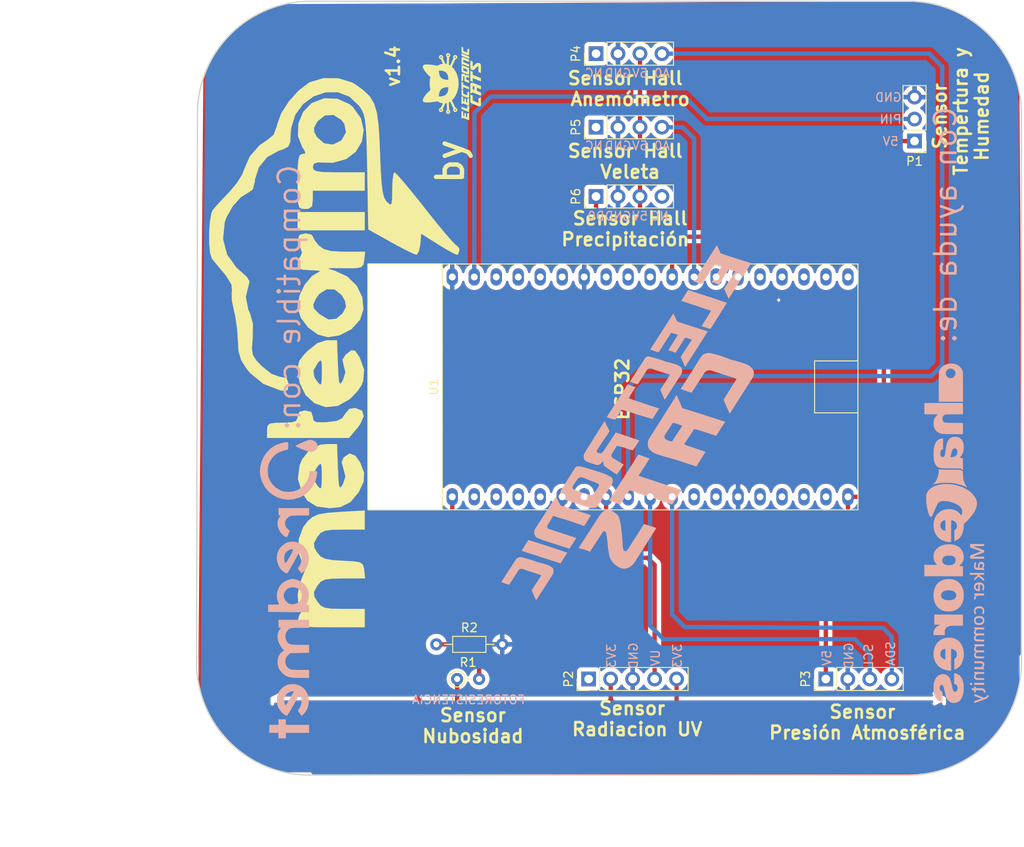
<source format=kicad_pcb>
(kicad_pcb (version 20221018) (generator pcbnew)
  (title_block (title "Meteorito Board") (date "2020-02-28") (rev "1.4") (company "Electronic Cats") (comment 1 "Diego Armadillo") (comment 2 "Andres Sabas") (comment 3 "Kevin de Luna") (comment 4 "Eduardo Contreras"))
  (layers (0 "F.Cu" signal) (31 "B.Cu" signal) (34 "B.Paste" user) (35 "F.Paste" user) (36 "B.SilkS" user "B.Silkscreen") (37 "F.SilkS" user "F.Silkscreen") (38 "B.Mask" user) (39 "F.Mask" user) (44 "Edge.Cuts" user))
  (net 0 "")
  (net 1 "+5V")
  (net 2 "GND")
  (net 3 "/IO22")
  (net 4 "/IO21")
  (net 5 "/IO17")
  (net 6 "/IO16")
  (net 7 "/SD1")
  (net 8 "/IO2")
  (net 9 "/IO4")
  (net 10 "/IO32")
  (net 11 "/TXD")
  (net 12 "/RXD")
  (net 13 "/SD0")
  (net 14 "/RST")
  (net 15 "/SVP")
  (net 16 "/IO5")
  (net 17 "/SD3")
  (net 18 "/CMD")
  (net 19 "/SD2")
  (net 20 "/IO34")
  (net 21 "/IO35")
  (net 22 "/SVN")
  (net 23 "+3V3")
  (net 24 "/IO13")
  (net 25 "Net-(P2-Pad1)")
  (net 26 "/DHT22")
  (net 27 "/UV-SENSOR")
  (net 28 "/AIRE-HALL")
  (net 29 "/SCK")
  (net 30 "/IO15")
  (net 31 "/IO0")
  (net 32 "/IO12")
  (net 33 "/IO14")
  (net 34 "/IO18")
  (net 35 "/IO19")
  (net 36 "/SDA")
  (net 37 "/SCL")
  (net 38 "Net-(P4-Pad1)")
  (net 39 "Net-(P5-Pad1)")
  (net 40 "Net-(P6-Pad4)")
  (footprint "Aesthetics:electronic_cats_logo_8x6" (layer "F.Cu") (at 69.2 65.2 90)
    (fp_text reference "G***" hide)
    (fp_text value "LOGO" hide)
  )
  (footprint "Connector_PinHeader_2.54mm:PinHeader_1x03_P2.54mm_Vertical" (layer "F.Cu") (at 122.65 71.85 180)
    (fp_text reference "P1" (at 0 -2.33) (layer "F.SilkS"))
    (fp_text value "DH22")
    (pad "1" thru_hole rect (at 0 0 180) (size 1.7 1.7) (drill 1) (layers "*.Cu" "*.Mask") (net 1 "+5V"))
    (pad "2" thru_hole oval (at 0 2.54 180) (size 1.7 1.7) (drill 1) (layers "*.Cu" "*.Mask") (net 26 "/DHT22"))
    (pad "3" thru_hole oval (at 0 5.08 180) (size 1.7 1.7) (drill 1) (layers "*.Cu" "*.Mask") (net 2 "GND"))
  )
  (footprint "Connector_PinHeader_2.54mm:PinHeader_1x05_P2.54mm_Vertical" (layer "F.Cu") (at 85 134 90)
    (fp_text reference "P2" (at 0 -2.33 90) (layer "F.SilkS"))
    (fp_text value "GY-ML8511")
    (pad "1" thru_hole rect (at 0 0 90) (size 1.7 1.7) (drill 1) (layers "*.Cu" "*.Mask") (net 25 "Net-(P2-Pad1)"))
    (pad "2" thru_hole oval (at 0 2.54 90) (size 1.7 1.7) (drill 1) (layers "*.Cu" "*.Mask") (net 23 "+3V3"))
    (pad "3" thru_hole oval (at 0 5.08 90) (size 1.7 1.7) (drill 1) (layers "*.Cu" "*.Mask") (net 2 "GND"))
    (pad "4" thru_hole oval (at 0 7.62 90) (size 1.7 1.7) (drill 1) (layers "*.Cu" "*.Mask") (net 27 "/UV-SENSOR"))
    (pad "5" thru_hole oval (at 0 10.16 90) (size 1.7 1.7) (drill 1) (layers "*.Cu" "*.Mask") (net 23 "+3V3"))
  )
  (footprint "Connector_PinHeader_2.54mm:PinHeader_1x04_P2.54mm_Vertical" (layer "F.Cu") (at 85.85 61.75 90)
    (fp_text reference "P4" (at 0 -2.33 90) (layer "F.SilkS"))
    (fp_text value "Velocidad")
    (pad "1" thru_hole rect (at 0 0 90) (size 1.7 1.7) (drill 1) (layers "*.Cu" "*.Mask") (net 38 "Net-(P4-Pad1)"))
    (pad "2" thru_hole oval (at 0 2.54 90) (size 1.7 1.7) (drill 1) (layers "*.Cu" "*.Mask") (net 2 "GND"))
    (pad "3" thru_hole oval (at 0 5.08 90) (size 1.7 1.7) (drill 1) (layers "*.Cu" "*.Mask") (net 1 "+5V"))
    (pad "4" thru_hole oval (at 0 7.62 90) (size 1.7 1.7) (drill 1) (layers "*.Cu" "*.Mask") (net 28 "/AIRE-HALL"))
  )
  (footprint "Connector_PinHeader_2.54mm:PinHeader_1x04_P2.54mm_Vertical" (layer "F.Cu") (at 85.85 70.25 90)
    (fp_text reference "P5" (at 0 -2.33 90) (layer "F.SilkS"))
    (fp_text value "Precipitacion")
    (pad "1" thru_hole rect (at 0 0 90) (size 1.7 1.7) (drill 1) (layers "*.Cu" "*.Mask") (net 39 "Net-(P5-Pad1)"))
    (pad "2" thru_hole oval (at 0 2.54 90) (size 1.7 1.7) (drill 1) (layers "*.Cu" "*.Mask") (net 2 "GND"))
    (pad "3" thru_hole oval (at 0 5.08 90) (size 1.7 1.7) (drill 1) (layers "*.Cu" "*.Mask") (net 1 "+5V"))
    (pad "4" thru_hole oval (at 0 7.62 90) (size 1.7 1.7) (drill 1) (layers "*.Cu" "*.Mask") (net 6 "/IO16"))
  )
  (footprint "Connector_PinHeader_2.54mm:PinHeader_1x04_P2.54mm_Vertical" (layer "F.Cu") (at 85.85 78.25 90)
    (fp_text reference "P6" (at 0 -2.33 90) (layer "F.SilkS"))
    (fp_text value "Precipitacion")
    (pad "1" thru_hole rect (at 0 0 90) (size 1.7 1.7) (drill 1) (layers "*.Cu" "*.Mask") (net 5 "/IO17"))
    (pad "2" thru_hole oval (at 0 2.54 90) (size 1.7 1.7) (drill 1) (layers "*.Cu" "*.Mask") (net 2 "GND"))
    (pad "3" thru_hole oval (at 0 5.08 90) (size 1.7 1.7) (drill 1) (layers "*.Cu" "*.Mask") (net 1 "+5V"))
    (pad "4" thru_hole oval (at 0 7.62 90) (size 1.7 1.7) (drill 1) (layers "*.Cu" "*.Mask") (net 40 "Net-(P6-Pad4)"))
  )
  (footprint "Resistor_THT:R_Axial_DIN0204_L3.6mm_D1.6mm_P7.62mm_Horizontal" (layer "F.Cu") (at 67.4 130)
    (fp_text reference "R2" (at 3.81 -1.92) (layer "F.SilkS"))
    (fp_text value "100")
    (pad "1" thru_hole circle (at 0 0) (size 1.4 1.4) (drill 0.7) (layers "*.Cu" "*.Mask") (net 21 "/IO35"))
    (pad "2" thru_hole oval (at 7.62 0) (size 1.4 1.4) (drill 0.7) (layers "*.Cu" "*.Mask") (net 2 "GND"))
  )
  (footprint "meteorito:ESP32-DEVKIT" (layer "F.Cu") (at 92.1 100.25)
    (fp_text reference "U1" (at -25.01 0 90) (layer "F.SilkS"))
    (fp_text value "ESP32-DEVKIT")
    (pad "1" thru_hole oval (at -22.86 12.7) (size 1.3 2) (drill 0.8) (layers "*.Cu" "*.Mask") (net 23 "+3V3"))
    (pad "2" thru_hole oval (at -20.32 12.7) (size 1.3 2) (drill 0.8) (layers "*.Cu" "*.Mask") (net 14 "/RST"))
    (pad "3" thru_hole oval (at -17.78 12.7) (size 1.3 2) (drill 0.8) (layers "*.Cu" "*.Mask") (net 15 "/SVP"))
    (pad "4" thru_hole oval (at -15.24 12.7) (size 1.3 2) (drill 0.8) (layers "*.Cu" "*.Mask") (net 22 "/SVN"))
    (pad "5" thru_hole oval (at -12.7 12.7) (size 1.3 2) (drill 0.8) (layers "*.Cu" "*.Mask") (net 20 "/IO34"))
    (pad "6" thru_hole oval (at -10.16 12.7) (size 1.3 2) (drill 0.8) (layers "*.Cu" "*.Mask") (net 21 "/IO35"))
    (pad "7" thru_hole oval (at -7.62 12.7) (size 1.3 2) (drill 0.8) (layers "*.Cu" "*.Mask") (net 10 "/IO32"))
    (pad "8" thru_hole oval (at -5.08 12.7) (size 1.3 2) (drill 0.8) (layers "*.Cu" "*.Mask") (net 27 "/UV-SENSOR"))
    (pad "9" thru_hole oval (at -2.54 12.7) (size 1.3 2) (drill 0.8) (layers "*.Cu" "*.Mask") (net 28 "/AIRE-HALL"))
    (pad "10" thru_hole oval (at 0 12.7) (size 1.3 2) (drill 0.8) (layers "*.Cu" "*.Mask") (net 37 "/SCL"))
    (pad "11" thru_hole oval (at 2.54 12.7) (size 1.3 2) (drill 0.8) (layers "*.Cu" "*.Mask") (net 36 "/SDA"))
    (pad "12" thru_hole oval (at 5.08 12.7) (size 1.3 2) (drill 0.8) (layers "*.Cu" "*.Mask") (net 33 "/IO14"))
    (pad "13" thru_hole oval (at 7.62 12.7) (size 1.3 2) (drill 0.8) (layers "*.Cu" "*.Mask") (net 32 "/IO12"))
    (pad "14" thru_hole oval (at 10.16 12.7) (size 1.3 2) (drill 0.8) (layers "*.Cu" "*.Mask") (net 2 "GND"))
    (pad "15" thru_hole oval (at 12.7 12.7) (size 1.3 2) (drill 0.8) (layers "*.Cu" "*.Mask") (net 24 "/IO13"))
    (pad "16" thru_hole oval (at 15.24 12.7) (size 1.3 2) (drill 0.8) (layers "*.Cu" "*.Mask") (net 19 "/SD2"))
    (pad "17" thru_hole oval (at 17.78 12.7) (size 1.3 2) (drill 0.8) (layers "*.Cu" "*.Mask") (net 17 "/SD3"))
    (pad "18" thru_hole oval (at 20.32 12.7) (size 1.3 2) (drill 0.8) (layers "*.Cu" "*.Mask") (net 18 "/CMD"))
    (pad "19" thru_hole oval (at 22.86 12.7) (size 1.3 2) (drill 0.8) (layers "*.Cu" "*.Mask") (net 1 "+5V"))
    (pad "20" thru_hole oval (at 22.86 -12.7) (size 1.3 2) (drill 0.8) (layers "*.Cu" "*.Mask") (net 29 "/SCK"))
    (pad "21" thru_hole oval (at 20.32 -12.7) (size 1.3 2) (drill 0.8) (layers "*.Cu" "*.Mask") (net 13 "/SD0"))
    (pad "22" thru_hole oval (at 17.78 -12.7) (size 1.3 2) (drill 0.8) (layers "*.Cu" "*.Mask") (net 7 "/SD1"))
    (pad "23" thru_hole oval (at 15.24 -12.7) (size 1.3 2) (drill 0.8) (layers "*.Cu" "*.Mask") (net 30 "/IO15"))
    (pad "24" thru_hole oval (at 12.7 -12.7) (size 1.3 2) (drill 0.8) (layers "*.Cu" "*.Mask") (net 8 "/IO2"))
    (pad "25" thru_hole oval (at 10.16 -12.7) (size 1.3 2) (drill 0.8) (layers "*.Cu" "*.Mask") (net 31 "/IO0"))
    (pad "26" thru_hole oval (at 7.62 -12.7) (size 1.3 2) (drill 0.8) (layers "*.Cu" "*.Mask") (net 9 "/IO4"))
    (pad "27" thru_hole oval (at 5.08 -12.7) (size 1.3 2) (drill 0.8) (layers "*.Cu" "*.Mask") (net 6 "/IO16"))
    (pad "28" thru_hole oval (at 2.54 -12.7) (size 1.3 2) (drill 0.8) (layers "*.Cu" "*.Mask") (net 5 "/IO17"))
    (pad "29" thru_hole oval (at 0 -12.7) (size 1.3 2) (drill 0.8) (layers "*.Cu" "*.Mask") (net 16 "/IO5"))
    (pad "30" thru_hole oval (at -2.54 -12.7) (size 1.3 2) (drill 0.8) (layers "*.Cu" "*.Mask") (net 34 "/IO18"))
    (pad "31" thru_hole oval (at -5.08 -12.7) (size 1.3 2) (drill 0.8) (layers "*.Cu" "*.Mask") (net 35 "/IO19"))
    (pad "32" thru_hole oval (at -7.62 -12.7) (size 1.3 2) (drill 0.8) (layers "*.Cu" "*.Mask") (net 2 "GND"))
    (pad "33" thru_hole oval (at -10.16 -12.7) (size 1.3 2) (drill 0.8) (layers "*.Cu" "*.Mask") (net 4 "/IO21"))
    (pad "34" thru_hole oval (at -12.7 -12.7) (size 1.3 2) (drill 0.8) (layers "*.Cu" "*.Mask") (net 12 "/RXD"))
    (pad "35" thru_hole oval (at -15.24 -12.7) (size 1.3 2) (drill 0.8) (layers "*.Cu" "*.Mask") (net 11 "/TXD"))
    (pad "36" thru_hole oval (at -17.78 -12.7) (size 1.3 2) (drill 0.8) (layers "*.Cu" "*.Mask") (net 3 "/IO22"))
    (pad "37" thru_hole oval (at -20.32 -12.7) (size 1.3 2) (drill 0.8) (layers "*.Cu" "*.Mask") (net 26 "/DHT22"))
    (pad "38" thru_hole oval (at -22.86 -12.7) (size 1.3 2) (drill 0.8) (layers "*.Cu" "*.Mask") (net 2 "GND"))
  )
  (footprint "Resistor_THT:R_Axial_DIN0204_L3.6mm_D1.6mm_P2.54mm_Vertical" (layer "F.Cu") (at 69.8 134)
    (fp_text reference "R1" (at 1.27 -1.92) (layer "F.SilkS"))
    (fp_text value "FOTORESISTENCIA")
    (pad "1" thru_hole circle (at 0 0) (size 1.4 1.4) (drill 0.7) (layers "*.Cu" "*.Mask") (net 23 "+3V3"))
    (pad "2" thru_hole oval (at 2.54 0) (size 1.4 1.4) (drill 0.7) (layers "*.Cu" "*.Mask") (net 21 "/IO35"))
  )
  (footprint "Aesthetics:meteorito" (layer "F.Cu") (at 55.6 96.275 90)
    (fp_text reference "G***" hide)
    (fp_text value "LOGO" hide)
  )
  (footprint "Connector_PinHeader_2.54mm:PinHeader_1x04_P2.54mm_Vertical" (layer "F.Cu") (at 112.4 134 90)
    (fp_text reference "P3" (at 0 -2.33 90) (layer "F.SilkS"))
    (fp_text value "BMP180")
    (pad "1" thru_hole rect (at 0 0 90) (size 1.7 1.7) (drill 1) (layers "*.Cu" "*.Mask") (net 1 "+5V"))
    (pad "2" thru_hole oval (at 0 2.54 90) (size 1.7 1.7) (drill 1) (layers "*.Cu" "*.Mask") (net 2 "GND"))
    (pad "3" thru_hole oval (at 0 5.08 90) (size 1.7 1.7) (drill 1) (layers "*.Cu" "*.Mask") (net 37 "/SCL"))
    (pad "4" thru_hole oval (at 0 7.62 90) (size 1.7 1.7) (drill 1) (layers "*.Cu" "*.Mask") (net 36 "/SDA"))
  )
  (footprint "Aesthetics:redmet" (layer "B.Cu") (at 50.292 122.301 -90)
    (fp_text reference "G***" hide)
    (fp_text value "LOGO" hide)
  )
  (footprint "Aesthetics:titule_electronic_med" (layer "B.Cu") (at 89.535 104.394 -90)
    (fp_text reference "svg2mod" hide)
    (fp_text value "electronic" hide)
  )
  (footprint "Aesthetics:hacedores" (layer "B.Cu") (at 127.508 116.586 -90)
    (fp_text reference "G***" hide)
    (fp_text value "LOGO" hide)
  )
  (gr_line (start 135 132.1) (end 135 68.7) (stroke (width 0.15)) (layer "Edge.Cuts"))
  (gr_line (start 39.8 68.7) (end 39.7 132.1) (stroke (width 0.15)) (layer "Edge.Cuts"))
  (gr_arc (start 52.7 145.1) (mid 43.507612 141.292388) (end 39.7 132.1) (stroke (width 0.15)) (layer "Edge.Cuts"))
  (gr_arc (start 135 132.1) (mid 131.192388 141.292388) (end 122 145.1) (stroke (width 0.15)) (layer "Edge.Cuts"))
  (gr_line (start 122 55.7) (end 52.8 55.7) (stroke (width 0.15)) (layer "Edge.Cuts"))
  (gr_arc (start 122 55.7) (mid 131.192388 59.507612) (end 135 68.7) (stroke (width 0.15)) (layer "Edge.Cuts"))
  (gr_line (start 52.7 145.1) (end 122 145.1) (stroke (width 0.15)) (layer "Edge.Cuts"))
  (gr_arc (start 39.8 68.7) (mid 43.607612 59.507612) (end 52.8 55.7) (stroke (width 0.15)) (layer "Edge.Cuts"))
  (gr_text "Con ayuda de:" (at 126.238 81.534 90) (layer "B.SilkS") (effects (font (size 2.5 2.5) (thickness 0.3)) (justify mirror)))
  (gr_text "SDA" (at 119.888 131.064 90) (layer "B.SilkS") (effects (font (size 1 1)) (justify mirror)))
  (gr_text "GND" (at 88.392 72.39) (layer "B.SilkS") (effects (font (size 1 1)) (justify mirror)))
  (gr_text "A0" (at 93.472 64.008) (layer "B.SilkS") (effects (font (size 1 1)) (justify mirror)))
  (gr_text "NC" (at 85.598 64.008) (layer "B.SilkS") (effects (font (size 1 1)) (justify mirror)))
  (gr_text "5V" (at 90.932 80.518) (layer "B.SilkS") (effects (font (size 1 1)) (justify mirror)))
  (gr_text "FOTORESISTENCIA" (at 71.12 136.398) (layer "B.SilkS") (effects (font (size 1 1)) (justify mirror)))
  (gr_text "5V" (at 119.888 71.882) (layer "B.SilkS") (effects (font (size 1 1)) (justify mirror)))
  (gr_text "GND" (at 115.062 131.318 90) (layer "B.SilkS") (effects (font (size 1 1)) (justify mirror)))
  (gr_text "UV" (at 92.71 131.572 90) (layer "B.SilkS") (effects (font (size 1 1)) (justify mirror)))
  (gr_text "3V3" (at 87.63 131.318 90) (layer "B.SilkS") (effects (font (size 1 1)) (justify mirror)))
  (gr_text "GND" (at 119.634 66.802) (layer "B.SilkS") (effects (font (size 1 1)) (justify mirror)))
  (gr_text "GND" (at 88.392 80.518) (layer "B.SilkS") (effects (font (size 1 1)) (justify mirror)))
  (gr_text "SCL" (at 117.348 131.318 90) (layer "B.SilkS") (effects (font (size 1 1)) (justify mirror)))
  (gr_text "5V" (at 90.932 64.008) (layer "B.SilkS") (effects (font (size 1 1)) (justify mirror)))
  (gr_text "PIN" (at 119.888 69.342) (layer "B.SilkS") (effects (font (size 1 1)) (justify mirror)))
  (gr_text "Compatible con:" (at 50.419 89.916 90) (layer "B.SilkS") (effects (font (size 2.5 2.5) (thickness 0.3)) (justify mirror)))
  (gr_text "5V" (at 90.932 72.39) (layer "B.SilkS") (effects (font (size 1 1)) (justify mirror)))
  (gr_text "GND" (at 88.392 64.008) (layer "B.SilkS") (effects (font (size 1 1)) (justify mirror)))
  (gr_text "A0" (at 93.472 72.39) (layer "B.SilkS") (effects (font (size 1 1)) (justify mirror)))
  (gr_text "3V3" (at 95.25 131.318 90) (layer "B.SilkS") (effects (font (size 1 1)) (justify mirror)))
  (gr_text "NC" (at 85.598 72.39) (layer "B.SilkS") (effects (font (size 1 1)) (justify mirror)))
  (gr_text "D0" (at 85.852 80.518) (layer "B.SilkS") (effects (font (size 1 1)) (justify mirror)))
  (gr_text "NC" (at 93.218 80.518) (layer "B.SilkS") (effects (font (size 1 1)) (justify mirror)))
  (gr_text "GND" (at 90.17 131.318 90) (layer "B.SilkS") (effects (font (size 1 1)) (justify mirror)))
  (gr_text "5V" (at 112.522 131.572 90) (layer "B.SilkS") (effects (font (size 1 1)) (justify mirror)))
  (gr_text "v1.4" (at 62.4 63.2 90) (layer "F.SilkS") (effects (font (size 1.5 1.5) (thickness 0.3))))
  (gr_text "Sensor \nRadiacion UV" (at 90.6 138.6) (layer "F.SilkS") (effects (font (size 1.5 1.5) (thickness 0.3))))
  (gr_text "by" (at 69 74.2 90) (layer "F.SilkS") (effects (font (size 3 3) (thickness 0.5))))
  (gr_text "Sensor Hall \nVeleta\n" (at 89.8 74.2) (layer "F.SilkS") (effects (font (size 1.5 1.5) (thickness 0.3))))
  (gr_text "Sensor Hall\nPrecipitación " (at 89.8 82) (layer "F.SilkS") (effects (font (size 1.5 1.5) (thickness 0.3))))
  (gr_text "Sensor Hall \nAnemómetro\n" (at 89.8 65.8) (layer "F.SilkS") (effects (font (size 1.5 1.5) (thickness 0.3))))
  (gr_text "Sensor \nTempertura y\nHumedad \n" (at 128 68.4 90) (layer "F.SilkS") (effects (font (size 1.5 1.5) (thickness 0.3))))
  (gr_text "Sensor \nPresión Atmosférica\n" (at 117.2 139) (layer "F.SilkS") (effects (font (size 1.5 1.5) (thickness 0.3))))
  (gr_text "ESP32" (at 88.9 100.5 90) (layer "F.SilkS") (effects (font (size 1.5 1.5) (thickness 0.3))))
  (gr_text "Sensor \nNubosidad \n" (at 72.2 139.4) (layer "F.SilkS") (effects (font (size 1.5 1.5) (thickness 0.3))))
  (segment (start 90.93 70.25) (end 90.93 78.25) (width 0.5) (layer "F.Cu") (net 1))
  (segment (start 90.93 67.48) (end 90.93 70.25) (width 0.5) (layer "F.Cu") (net 1))
  (segment (start 90.93 66.12) (end 90.93 66.87) (width 0.5) (layer "F.Cu") (net 1))
  (segment (start 119 82.9) (end 119.1 83) (width 0.5) (layer "F.Cu") (net 1))
  (segment (start 90.93 78.25) (end 90.93 81.63) (width 0.5) (layer "F.Cu") (net 1))
  (segment (start 120.35 71.85) (end 122.65 71.85) (width 0.5) (layer "F.Cu") (net 1))
  (segment (start 119.1 83.55) (end 119.1 83) (width 0.5) (layer "F.Cu") (net 1))
  (segment (start 92.2 82.9) (end 118.6 82.9) (width 0.5) (layer "F.Cu") (net 1))
  (segment (start 119.1 83) (end 119.1 82.15) (width 0.5) (layer "F.Cu") (net 1))
  (segment (start 119.1 73.1) (end 120.35 71.85) (width 0.5) (layer "F.Cu") (net 1))
  (segment (start 118.6 82.9) (end 119 82.9) (width 0.5) (layer "F.Cu") (net 1))
  (segment (start 90.93 81.63) (end 92.2 82.9) (width 0.5) (layer "F.Cu") (net 1))
  (segment (start 119.1 88.25) (end 119.1 83.55) (width 0.5) (layer "F.Cu") (net 1))
  (segment (start 119.1 112.25) (end 118.4 112.95) (width 0.5) (layer "F.Cu") (net 1))
  (segment (start 119.1 82.15) (end 119.1 82.4) (width 0.5) (layer "F.Cu") (net 1))
  (segment (start 119.1 88.25) (end 119.1 112.25) (width 0.5) (layer "F.Cu") (net 1))
  (segment (start 118.6 82.9) (end 118.6 83.05) (width 0.5) (layer "F.Cu") (net 1))
  (segment (start 90.93 61.75) (end 90.93 66.12) (width 0.5) (layer "F.Cu") (net 1))
  (segment (start 119.1 82.4) (end 118.6 82.9) (width 0.5) (layer "F.Cu") (net 1))
  (segment (start 112.4 117.4) (end 112.4 134) (width 0.5) (layer "F.Cu") (net 1))
  (segment (start 119.1 82.15) (end 119.1 73.1) (width 0.5) (layer "F.Cu") (net 1))
  (segment (start 90.93 66.87) (end 90.93 67.48) (width 0.5) (layer "F.Cu") (net 1))
  (segment (start 118.6 83.05) (end 119.1 83.55) (width 0.5) (layer "F.Cu") (net 1))
  (segment (start 118.4 112.95) (end 114.96 112.95) (width 0.5) (layer "F.Cu") (net 1))
  (segment (start 114.96 114.84) (end 112.4 117.4) (width 0.5) (layer "F.Cu") (net 1))
  (segment (start 114.96 112.95) (end 114.96 114.84) (width 0.5) (layer "F.Cu") (net 1))
  (segment (start 86.6 84.5) (end 85.85 83.75) (width 0.5) (layer "F.Cu") (net 5))
  (segment (start 94.64 87.55) (end 94.64 85.29) (width 0.5) (layer "F.Cu") (net 5))
  (segment (start 93.85 84.5) (end 86.6 84.5) (width 0.5) (layer "F.Cu") (net 5))
  (segment (start 94.64 85.29) (end 93.85 84.5) (width 0.5) (layer "F.Cu") (net 5))
  (segment (start 85.85 83.75) (end 85.85 78.25) (width 0.5) (layer "F.Cu") (net 5))
  (segment (start 97.18 87.55) (end 97.18 71.58) (width 0.5) (layer "B.Cu") (net 6))
  (segment (start 95.85 70.25) (end 93.47 70.25) (width 0.5) (layer "B.Cu") (net 6))
  (segment (start 97.18 71.58) (end 95.85 70.25) (width 0.5) (layer "B.Cu") (net 6))
  (segment (start 81.25 117.35) (end 81.94 116.66) (width 0.5) (layer "F.Cu") (net 21))
  (segment (start 72.34 130.34) (end 72 130) (width 0.5) (layer "F.Cu") (net 21))
  (segment (start 72.34 134) (end 72.34 118.81) (width 0.5) (layer "F.Cu") (net 21))
  (segment (start 72.34 131.36) (end 72.3 129.7) (width 0.5) (layer "F.Cu") (net 21))
  (segment (start 72.34 118.81) (end 73.8 117.35) (width 0.5) (layer "F.Cu") (net 21))
  (segment (start 72.3 129.7) (end 72.34 118.81) (width 0.5) (layer "F.Cu") (net 21))
  (segment (start 73.8 117.35) (end 81.25 117.35) (width 0.5) (layer "F.Cu") (net 21))
  (segment (start 72.34 134) (end 72.34 131.36) (width 0.5) (layer "F.Cu") (net 21))
  (segment (start 72 130) (end 72.3 129.7) (width 0.5) (layer "F.Cu") (net 21))
  (segment (start 72 130) (end 67.4 130) (width 0.5) (layer "F.Cu") (net 21))
  (segment (start 81.94 116.66) (end 81.94 112.95) (width 0.5) (layer "F.Cu") (net 21))
  (segment (start 72.34 131.36) (end 72.34 130.34) (width 0.5) (layer "F.Cu") (net 21))
  (segment (start 70.2 137.2) (end 87 137.2) (width 0.5) (layer "F.Cu") (net 23))
  (segment (start 68.65 117.85) (end 69.25 117.25) (width 0.5) (layer "F.Cu") (net 23))
  (segment (start 88.35 137.2) (end 87.55 136.4) (width 0.5) (layer "F.Cu") (net 23))
  (segment (start 87.54 137.14) (end 87.6 137.2) (width 0.5) (layer "F.Cu") (net 23))
  (segment (start 88.35 137.2) (end 94.8 137.2) (width 0.5) (layer "F.Cu") (net 23))
  (segment (start 94.8 137.2) (end 95.16 136.84) (width 0.5) (layer "F.Cu") (net 23))
  (segment (start 65.2 118.6) (end 65.95 117.85) (width 0.5) (layer "F.Cu") (net 23))
  (segment (start 66.2 137.2) (end 65.2 136.2) (width 0.5) (layer "F.Cu") (net 23))
  (segment (start 87.55 136.4) (end 87.54 137.14) (width 0.5) (layer "F.Cu") (net 23))
  (segment (start 70.2 137.2) (end 70.2 137) (width 0.5) (layer "F.Cu") (net 23))
  (segment (start 69.2 137.2) (end 69.8 136.6) (width 0.5) (layer "F.Cu") (net 23))
  (segment (start 69.25 117.25) (end 69.24 112.95) (width 0.5) (layer "F.Cu") (net 23))
  (segment (start 65.2 136.2) (end 65.2 118.6) (width 0.5) (layer "F.Cu") (net 23))
  (segment (start 87 136.95) (end 87.55 136.4) (width 0.5) (layer "F.Cu") (net 23))
  (segment (start 87.54 134) (end 87.55 136.4) (width 0.5) (layer "F.Cu") (net 23))
  (segment (start 69.8 137.2) (end 70.2 137.2) (width 0.5) (layer "F.Cu") (net 23))
  (segment (start 95.16 136.84) (end 95.16 134) (width 0.5) (layer "F.Cu") (net 23))
  (segment (start 69.8 134.989949) (end 69.8 136.6) (width 0.5) (layer "F.Cu") (net 23))
  (segment (start 87 137.2) (end 87 136.95) (width 0.5) (layer "F.Cu") (net 23))
  (segment (start 69.8 136.6) (end 69.8 137.2) (width 0.5) (layer "F.Cu") (net 23))
  (segment (start 65.95 117.85) (end 68.65 117.85) (width 0.5) (layer "F.Cu") (net 23))
  (segment (start 87.6 137.2) (end 88.35 137.2) (width 0.5) (layer "F.Cu") (net 23))
  (segment (start 69.2 137.2) (end 69.8 137.2) (width 0.5) (layer "F.Cu") (net 23))
  (segment (start 69.2 137.2) (end 66.2 137.2) (width 0.5) (layer "F.Cu") (net 23))
  (segment (start 70.2 137) (end 69.8 136.6) (width 0.5) (layer "F.Cu") (net 23))
  (segment (start 69.8 134) (end 69.8 134.989949) (width 0.5) (layer "F.Cu") (net 23))
  (segment (start 87 137.2) (end 87.6 137.2) (width 0.5) (layer "F.Cu") (net 23))
  (segment (start 88.894052 66.705948) (end 73.694052 66.705948) (width 0.5) (layer "B.Cu") (net 26))
  (segment (start 122.35 69.29) (end 98.64 69.29) (width 0.5) (layer "B.Cu") (net 26))
  (segment (start 73.694052 66.705948) (end 71.8 68.6) (width 0.5) (layer "B.Cu") (net 26))
  (segment (start 93.85 66.75) (end 88.894052 66.705948) (width 0.5) (layer "B.Cu") (net 26))
  (segment (start 98.64 69.29) (end 96.1 66.75) (width 0.5) (layer "B.Cu") (net 26))
  (segment (start 71.8 68.6) (end 71.78 87.55) (width 0.5) (layer "B.Cu") (net 26))
  (segment (start 96.1 66.75) (end 93.85 66.75) (width 0.5) (layer "B.Cu") (net 26))
  (segment (start 92.62 120.82) (end 91.8 120) (width 0.5) (layer "F.Cu") (net 27))
  (segment (start 87.8 120) (end 87.02 119.22) (width 0.5) (layer "F.Cu") (net 27))
  (segment (start 92.62 134) (end 92.62 120.82) (width 0.5) (layer "F.Cu") (net 27))
  (segment (start 87.02 119.22) (end 87.02 112.95) (width 0.5) (layer "F.Cu") (net 27))
  (segment (start 91.8 120) (end 87.8 120) (width 0.5) (layer "F.Cu") (net 27))
  (segment (start 125.85 97.75) (end 125.85 63.25) (width 0.5) (layer "B.Cu") (net 28))
  (segment (start 89.56 100.29) (end 90.85 99) (width 0.5) (layer "B.Cu") (net 28))
  (segment (start 90.85 99) (end 124.6 99) (width 0.5) (layer "B.Cu") (net 28))
  (segment (start 120.35 61.75) (end 93.47 61.75) (width 0.5) (layer "B.Cu") (net 28))
  (segment (start 125.85 63.25) (end 124.35 61.75) (width 0.5) (layer "B.Cu") (net 28))
  (segment (start 89.56 112.95) (end 89.56 100.29) (width 0.5) (layer "B.Cu") (net 28))
  (segment (start 124.6 99) (end 125.85 97.75) (width 0.5) (layer "B.Cu") (net 28))
  (segment (start 124.35 61.75) (end 120.35 61.75) (width 0.5) (layer "B.Cu") (net 28))
  (segment (start 94.64 112.95) (end 94.64 126.54) (width 0.5) (layer "B.Cu") (net 36))
  (segment (start 120.02 129.12) (end 119 128.1) (width 0.5) (layer "B.Cu") (net 36))
  (segment (start 119 128.1) (end 96.1 128) (width 0.5) (layer "B.Cu") (net 36))
  (segment (start 94.64 126.54) (end 96.1 128) (width 0.5) (layer "B.Cu") (net 36))
  (segment (start 120.02 134) (end 120.02 129.12) (width 0.5) (layer "B.Cu") (net 36))
  (segment (start 93.65 129.4) (end 92.1 127.85) (width 0.5) (layer "B.Cu") (net 37))
  (segment (start 92.1 127.85) (end 92.1 112.95) (width 0.5) (layer "B.Cu") (net 37))
  (segment (start 117.48 131.13) (end 115.75 129.4) (width 0.5) (layer "B.Cu") (net 37))
  (segment (start 115.75 129.4) (end 93.65 129.4) (width 0.5) (layer "B.Cu") (net 37))
  (segment (start 117.48 134) (end 117.48 131.13) (width 0.5) (layer "B.Cu") (net 37))
  (zone (net 2) (net_name "GND") (layer "F.Cu") (connect_pads (clearance 0.508)) (min_thickness 0.254) (fill yes (thermal_gap 0.508) (thermal_bridge_width 0.508))
    (polygon (pts (xy 40.55 56.1) (xy 39.8 144.95) (xy 135.3 145.1) (xy 134.7 55.6)))
  )
  (zone (net 0) (net_name "") (layers "F&B.Cu") (connect_pads (clearance 0)) (min_thickness 0.254)
    (keepout (tracks not_allowed) (vias not_allowed) (pads allowed) (copperpour not_allowed) (footprints allowed))
    (fill (thermal_gap 0.508) (thermal_bridge_width 0.508))
    (polygon (pts (xy 68.1 114.425) (xy 59.5 114.425) (xy 59.5 86.05) (xy 68.1 86.05)))
  )
  (zone (net 2) (net_name "GND") (layer "B.Cu") (connect_pads (clearance 0.508)) (min_thickness 0.254) (fill yes (thermal_gap 0.508) (thermal_bridge_width 0.508))
    (polygon (pts (xy 40.75 56.05) (xy 40.1 145.05) (xy 135.15 144.9) (xy 134.55 55.7)))
  )
)
</source>
